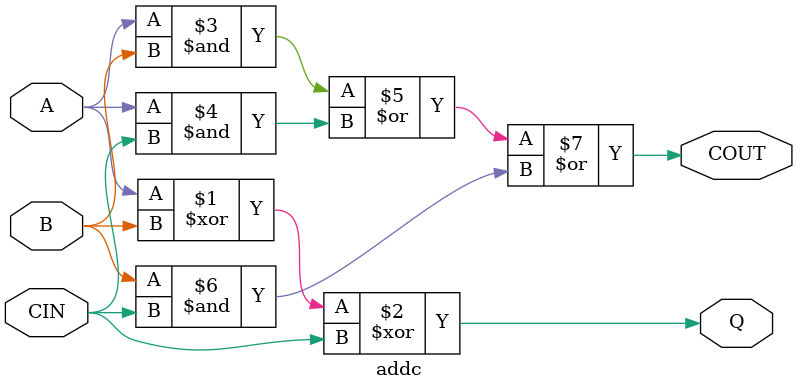
<source format=v>


module addc(A, B, CIN, COUT, Q);

input A, B, CIN;
output COUT, Q;
assign Q=A ^ B ^ CIN;
assign COUT= (A & B) | (A & CIN) | (B & CIN);
endmodule

</source>
